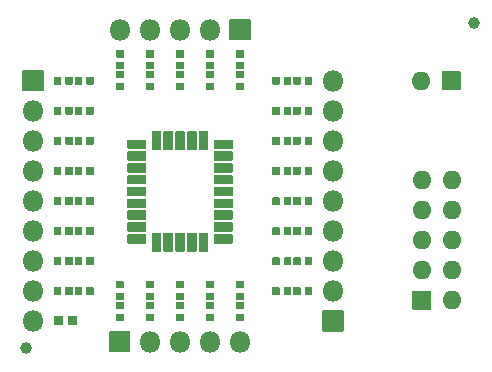
<source format=gbr>
G04 #@! TF.GenerationSoftware,KiCad,Pcbnew,5.1.10*
G04 #@! TF.CreationDate,2021-08-13T17:50:11+08:00*
G04 #@! TF.ProjectId,kudo-printer,6b75646f-2d70-4726-996e-7465722e6b69,rev?*
G04 #@! TF.SameCoordinates,PX2160ec0PY2255100*
G04 #@! TF.FileFunction,Soldermask,Top*
G04 #@! TF.FilePolarity,Negative*
%FSLAX46Y46*%
G04 Gerber Fmt 4.6, Leading zero omitted, Abs format (unit mm)*
G04 Created by KiCad (PCBNEW 5.1.10) date 2021-08-13 17:50:11*
%MOMM*%
%LPD*%
G01*
G04 APERTURE LIST*
%ADD10C,1.000000*%
%ADD11O,1.800000X1.800000*%
%ADD12O,1.600000X1.600000*%
G04 APERTURE END LIST*
D10*
X39000000Y-1000000D03*
X1000000Y-28500000D03*
G36*
G01*
X11837500Y-5700000D02*
X11237500Y-5700000D01*
G75*
G02*
X11187500Y-5650000I0J50000D01*
G01*
X11187500Y-5150000D01*
G75*
G02*
X11237500Y-5100000I50000J0D01*
G01*
X11837500Y-5100000D01*
G75*
G02*
X11887500Y-5150000I0J-50000D01*
G01*
X11887500Y-5650000D01*
G75*
G02*
X11837500Y-5700000I-50000J0D01*
G01*
G37*
G36*
G01*
X11837500Y-6700000D02*
X11237500Y-6700000D01*
G75*
G02*
X11187500Y-6650000I0J50000D01*
G01*
X11187500Y-6150000D01*
G75*
G02*
X11237500Y-6100000I50000J0D01*
G01*
X11837500Y-6100000D01*
G75*
G02*
X11887500Y-6150000I0J-50000D01*
G01*
X11887500Y-6650000D01*
G75*
G02*
X11837500Y-6700000I-50000J0D01*
G01*
G37*
G36*
G01*
X22900000Y-24000000D02*
X22900000Y-23400000D01*
G75*
G02*
X22950000Y-23350000I50000J0D01*
G01*
X23450000Y-23350000D01*
G75*
G02*
X23500000Y-23400000I0J-50000D01*
G01*
X23500000Y-24000000D01*
G75*
G02*
X23450000Y-24050000I-50000J0D01*
G01*
X22950000Y-24050000D01*
G75*
G02*
X22900000Y-24000000I0J50000D01*
G01*
G37*
G36*
G01*
X21900000Y-24000000D02*
X21900000Y-23400000D01*
G75*
G02*
X21950000Y-23350000I50000J0D01*
G01*
X22450000Y-23350000D01*
G75*
G02*
X22500000Y-23400000I0J-50000D01*
G01*
X22500000Y-24000000D01*
G75*
G02*
X22450000Y-24050000I-50000J0D01*
G01*
X21950000Y-24050000D01*
G75*
G02*
X21900000Y-24000000I0J50000D01*
G01*
G37*
D11*
X1625000Y-26220000D03*
X1625000Y-23680000D03*
X1625000Y-21140000D03*
X1625000Y-18600000D03*
X1625000Y-16060000D03*
X1625000Y-13520000D03*
X1625000Y-10980000D03*
X1625000Y-8440000D03*
G36*
G01*
X725000Y-6750000D02*
X725000Y-5050000D01*
G75*
G02*
X775000Y-5000000I50000J0D01*
G01*
X2475000Y-5000000D01*
G75*
G02*
X2525000Y-5050000I0J-50000D01*
G01*
X2525000Y-6750000D01*
G75*
G02*
X2475000Y-6800000I-50000J0D01*
G01*
X775000Y-6800000D01*
G75*
G02*
X725000Y-6750000I0J50000D01*
G01*
G37*
G36*
G01*
X22900000Y-13839284D02*
X22900000Y-13239284D01*
G75*
G02*
X22950000Y-13189284I50000J0D01*
G01*
X23450000Y-13189284D01*
G75*
G02*
X23500000Y-13239284I0J-50000D01*
G01*
X23500000Y-13839284D01*
G75*
G02*
X23450000Y-13889284I-50000J0D01*
G01*
X22950000Y-13889284D01*
G75*
G02*
X22900000Y-13839284I0J50000D01*
G01*
G37*
G36*
G01*
X21900000Y-13839284D02*
X21900000Y-13239284D01*
G75*
G02*
X21950000Y-13189284I50000J0D01*
G01*
X22450000Y-13189284D01*
G75*
G02*
X22500000Y-13239284I0J-50000D01*
G01*
X22500000Y-13839284D01*
G75*
G02*
X22450000Y-13889284I-50000J0D01*
G01*
X21950000Y-13889284D01*
G75*
G02*
X21900000Y-13839284I0J50000D01*
G01*
G37*
G36*
G01*
X22900000Y-16385712D02*
X22900000Y-15785712D01*
G75*
G02*
X22950000Y-15735712I50000J0D01*
G01*
X23450000Y-15735712D01*
G75*
G02*
X23500000Y-15785712I0J-50000D01*
G01*
X23500000Y-16385712D01*
G75*
G02*
X23450000Y-16435712I-50000J0D01*
G01*
X22950000Y-16435712D01*
G75*
G02*
X22900000Y-16385712I0J50000D01*
G01*
G37*
G36*
G01*
X21900000Y-16385712D02*
X21900000Y-15785712D01*
G75*
G02*
X21950000Y-15735712I50000J0D01*
G01*
X22450000Y-15735712D01*
G75*
G02*
X22500000Y-15785712I0J-50000D01*
G01*
X22500000Y-16385712D01*
G75*
G02*
X22450000Y-16435712I-50000J0D01*
G01*
X21950000Y-16435712D01*
G75*
G02*
X21900000Y-16385712I0J50000D01*
G01*
G37*
G36*
G01*
X22900000Y-18932140D02*
X22900000Y-18332140D01*
G75*
G02*
X22950000Y-18282140I50000J0D01*
G01*
X23450000Y-18282140D01*
G75*
G02*
X23500000Y-18332140I0J-50000D01*
G01*
X23500000Y-18932140D01*
G75*
G02*
X23450000Y-18982140I-50000J0D01*
G01*
X22950000Y-18982140D01*
G75*
G02*
X22900000Y-18932140I0J50000D01*
G01*
G37*
G36*
G01*
X21900000Y-18932140D02*
X21900000Y-18332140D01*
G75*
G02*
X21950000Y-18282140I50000J0D01*
G01*
X22450000Y-18282140D01*
G75*
G02*
X22500000Y-18332140I0J-50000D01*
G01*
X22500000Y-18932140D01*
G75*
G02*
X22450000Y-18982140I-50000J0D01*
G01*
X21950000Y-18982140D01*
G75*
G02*
X21900000Y-18932140I0J50000D01*
G01*
G37*
G36*
G01*
X22900000Y-21478568D02*
X22900000Y-20878568D01*
G75*
G02*
X22950000Y-20828568I50000J0D01*
G01*
X23450000Y-20828568D01*
G75*
G02*
X23500000Y-20878568I0J-50000D01*
G01*
X23500000Y-21478568D01*
G75*
G02*
X23450000Y-21528568I-50000J0D01*
G01*
X22950000Y-21528568D01*
G75*
G02*
X22900000Y-21478568I0J50000D01*
G01*
G37*
G36*
G01*
X21900000Y-21478568D02*
X21900000Y-20878568D01*
G75*
G02*
X21950000Y-20828568I50000J0D01*
G01*
X22450000Y-20828568D01*
G75*
G02*
X22500000Y-20878568I0J-50000D01*
G01*
X22500000Y-21478568D01*
G75*
G02*
X22450000Y-21528568I-50000J0D01*
G01*
X21950000Y-21528568D01*
G75*
G02*
X21900000Y-21478568I0J50000D01*
G01*
G37*
G36*
G01*
X13762500Y-23875000D02*
X14362500Y-23875000D01*
G75*
G02*
X14412500Y-23925000I0J-50000D01*
G01*
X14412500Y-24425000D01*
G75*
G02*
X14362500Y-24475000I-50000J0D01*
G01*
X13762500Y-24475000D01*
G75*
G02*
X13712500Y-24425000I0J50000D01*
G01*
X13712500Y-23925000D01*
G75*
G02*
X13762500Y-23875000I50000J0D01*
G01*
G37*
G36*
G01*
X13762500Y-22875000D02*
X14362500Y-22875000D01*
G75*
G02*
X14412500Y-22925000I0J-50000D01*
G01*
X14412500Y-23425000D01*
G75*
G02*
X14362500Y-23475000I-50000J0D01*
G01*
X13762500Y-23475000D01*
G75*
G02*
X13712500Y-23425000I0J50000D01*
G01*
X13712500Y-22925000D01*
G75*
G02*
X13762500Y-22875000I50000J0D01*
G01*
G37*
G36*
G01*
X9300000Y-5700000D02*
X8700000Y-5700000D01*
G75*
G02*
X8650000Y-5650000I0J50000D01*
G01*
X8650000Y-5150000D01*
G75*
G02*
X8700000Y-5100000I50000J0D01*
G01*
X9300000Y-5100000D01*
G75*
G02*
X9350000Y-5150000I0J-50000D01*
G01*
X9350000Y-5650000D01*
G75*
G02*
X9300000Y-5700000I-50000J0D01*
G01*
G37*
G36*
G01*
X9300000Y-6700000D02*
X8700000Y-6700000D01*
G75*
G02*
X8650000Y-6650000I0J50000D01*
G01*
X8650000Y-6150000D01*
G75*
G02*
X8700000Y-6100000I50000J0D01*
G01*
X9300000Y-6100000D01*
G75*
G02*
X9350000Y-6150000I0J-50000D01*
G01*
X9350000Y-6650000D01*
G75*
G02*
X9300000Y-6700000I-50000J0D01*
G01*
G37*
G36*
G01*
X5750000Y-15771428D02*
X5750000Y-16371428D01*
G75*
G02*
X5700000Y-16421428I-50000J0D01*
G01*
X5200000Y-16421428D01*
G75*
G02*
X5150000Y-16371428I0J50000D01*
G01*
X5150000Y-15771428D01*
G75*
G02*
X5200000Y-15721428I50000J0D01*
G01*
X5700000Y-15721428D01*
G75*
G02*
X5750000Y-15771428I0J-50000D01*
G01*
G37*
G36*
G01*
X6750000Y-15771428D02*
X6750000Y-16371428D01*
G75*
G02*
X6700000Y-16421428I-50000J0D01*
G01*
X6200000Y-16421428D01*
G75*
G02*
X6150000Y-16371428I0J50000D01*
G01*
X6150000Y-15771428D01*
G75*
G02*
X6200000Y-15721428I50000J0D01*
G01*
X6700000Y-15721428D01*
G75*
G02*
X6750000Y-15771428I0J-50000D01*
G01*
G37*
X8985000Y-1575000D03*
X11525000Y-1575000D03*
X14065000Y-1575000D03*
X16605000Y-1575000D03*
G36*
G01*
X18295000Y-675000D02*
X19995000Y-675000D01*
G75*
G02*
X20045000Y-725000I0J-50000D01*
G01*
X20045000Y-2425000D01*
G75*
G02*
X19995000Y-2475000I-50000J0D01*
G01*
X18295000Y-2475000D01*
G75*
G02*
X18245000Y-2425000I0J50000D01*
G01*
X18245000Y-725000D01*
G75*
G02*
X18295000Y-675000I50000J0D01*
G01*
G37*
X19140000Y-28000000D03*
X16600000Y-28000000D03*
X14060000Y-28000000D03*
X11520000Y-28000000D03*
G36*
G01*
X9830000Y-28900000D02*
X8130000Y-28900000D01*
G75*
G02*
X8080000Y-28850000I0J50000D01*
G01*
X8080000Y-27150000D01*
G75*
G02*
X8130000Y-27100000I50000J0D01*
G01*
X9830000Y-27100000D01*
G75*
G02*
X9880000Y-27150000I0J-50000D01*
G01*
X9880000Y-28850000D01*
G75*
G02*
X9830000Y-28900000I-50000J0D01*
G01*
G37*
G36*
G01*
X5750000Y-13228571D02*
X5750000Y-13828571D01*
G75*
G02*
X5700000Y-13878571I-50000J0D01*
G01*
X5200000Y-13878571D01*
G75*
G02*
X5150000Y-13828571I0J50000D01*
G01*
X5150000Y-13228571D01*
G75*
G02*
X5200000Y-13178571I50000J0D01*
G01*
X5700000Y-13178571D01*
G75*
G02*
X5750000Y-13228571I0J-50000D01*
G01*
G37*
G36*
G01*
X6750000Y-13228571D02*
X6750000Y-13828571D01*
G75*
G02*
X6700000Y-13878571I-50000J0D01*
G01*
X6200000Y-13878571D01*
G75*
G02*
X6150000Y-13828571I0J50000D01*
G01*
X6150000Y-13228571D01*
G75*
G02*
X6200000Y-13178571I50000J0D01*
G01*
X6700000Y-13178571D01*
G75*
G02*
X6750000Y-13228571I0J-50000D01*
G01*
G37*
G36*
G01*
X5750000Y-5600000D02*
X5750000Y-6200000D01*
G75*
G02*
X5700000Y-6250000I-50000J0D01*
G01*
X5200000Y-6250000D01*
G75*
G02*
X5150000Y-6200000I0J50000D01*
G01*
X5150000Y-5600000D01*
G75*
G02*
X5200000Y-5550000I50000J0D01*
G01*
X5700000Y-5550000D01*
G75*
G02*
X5750000Y-5600000I0J-50000D01*
G01*
G37*
G36*
G01*
X6750000Y-5600000D02*
X6750000Y-6200000D01*
G75*
G02*
X6700000Y-6250000I-50000J0D01*
G01*
X6200000Y-6250000D01*
G75*
G02*
X6150000Y-6200000I0J50000D01*
G01*
X6150000Y-5600000D01*
G75*
G02*
X6200000Y-5550000I50000J0D01*
G01*
X6700000Y-5550000D01*
G75*
G02*
X6750000Y-5600000I0J-50000D01*
G01*
G37*
G36*
G01*
X5750000Y-23400000D02*
X5750000Y-24000000D01*
G75*
G02*
X5700000Y-24050000I-50000J0D01*
G01*
X5200000Y-24050000D01*
G75*
G02*
X5150000Y-24000000I0J50000D01*
G01*
X5150000Y-23400000D01*
G75*
G02*
X5200000Y-23350000I50000J0D01*
G01*
X5700000Y-23350000D01*
G75*
G02*
X5750000Y-23400000I0J-50000D01*
G01*
G37*
G36*
G01*
X6750000Y-23400000D02*
X6750000Y-24000000D01*
G75*
G02*
X6700000Y-24050000I-50000J0D01*
G01*
X6200000Y-24050000D01*
G75*
G02*
X6150000Y-24000000I0J50000D01*
G01*
X6150000Y-23400000D01*
G75*
G02*
X6200000Y-23350000I50000J0D01*
G01*
X6700000Y-23350000D01*
G75*
G02*
X6750000Y-23400000I0J-50000D01*
G01*
G37*
G36*
G01*
X14375000Y-5700000D02*
X13775000Y-5700000D01*
G75*
G02*
X13725000Y-5650000I0J50000D01*
G01*
X13725000Y-5150000D01*
G75*
G02*
X13775000Y-5100000I50000J0D01*
G01*
X14375000Y-5100000D01*
G75*
G02*
X14425000Y-5150000I0J-50000D01*
G01*
X14425000Y-5650000D01*
G75*
G02*
X14375000Y-5700000I-50000J0D01*
G01*
G37*
G36*
G01*
X14375000Y-6700000D02*
X13775000Y-6700000D01*
G75*
G02*
X13725000Y-6650000I0J50000D01*
G01*
X13725000Y-6150000D01*
G75*
G02*
X13775000Y-6100000I50000J0D01*
G01*
X14375000Y-6100000D01*
G75*
G02*
X14425000Y-6150000I0J-50000D01*
G01*
X14425000Y-6650000D01*
G75*
G02*
X14375000Y-6700000I-50000J0D01*
G01*
G37*
G36*
G01*
X5750000Y-10685714D02*
X5750000Y-11285714D01*
G75*
G02*
X5700000Y-11335714I-50000J0D01*
G01*
X5200000Y-11335714D01*
G75*
G02*
X5150000Y-11285714I0J50000D01*
G01*
X5150000Y-10685714D01*
G75*
G02*
X5200000Y-10635714I50000J0D01*
G01*
X5700000Y-10635714D01*
G75*
G02*
X5750000Y-10685714I0J-50000D01*
G01*
G37*
G36*
G01*
X6750000Y-10685714D02*
X6750000Y-11285714D01*
G75*
G02*
X6700000Y-11335714I-50000J0D01*
G01*
X6200000Y-11335714D01*
G75*
G02*
X6150000Y-11285714I0J50000D01*
G01*
X6150000Y-10685714D01*
G75*
G02*
X6200000Y-10635714I50000J0D01*
G01*
X6700000Y-10635714D01*
G75*
G02*
X6750000Y-10685714I0J-50000D01*
G01*
G37*
G36*
G01*
X8675000Y-23875000D02*
X9275000Y-23875000D01*
G75*
G02*
X9325000Y-23925000I0J-50000D01*
G01*
X9325000Y-24425000D01*
G75*
G02*
X9275000Y-24475000I-50000J0D01*
G01*
X8675000Y-24475000D01*
G75*
G02*
X8625000Y-24425000I0J50000D01*
G01*
X8625000Y-23925000D01*
G75*
G02*
X8675000Y-23875000I50000J0D01*
G01*
G37*
G36*
G01*
X8675000Y-22875000D02*
X9275000Y-22875000D01*
G75*
G02*
X9325000Y-22925000I0J-50000D01*
G01*
X9325000Y-23425000D01*
G75*
G02*
X9275000Y-23475000I-50000J0D01*
G01*
X8675000Y-23475000D01*
G75*
G02*
X8625000Y-23425000I0J50000D01*
G01*
X8625000Y-22925000D01*
G75*
G02*
X8675000Y-22875000I50000J0D01*
G01*
G37*
G36*
G01*
X18850000Y-23875000D02*
X19450000Y-23875000D01*
G75*
G02*
X19500000Y-23925000I0J-50000D01*
G01*
X19500000Y-24425000D01*
G75*
G02*
X19450000Y-24475000I-50000J0D01*
G01*
X18850000Y-24475000D01*
G75*
G02*
X18800000Y-24425000I0J50000D01*
G01*
X18800000Y-23925000D01*
G75*
G02*
X18850000Y-23875000I50000J0D01*
G01*
G37*
G36*
G01*
X18850000Y-22875000D02*
X19450000Y-22875000D01*
G75*
G02*
X19500000Y-22925000I0J-50000D01*
G01*
X19500000Y-23425000D01*
G75*
G02*
X19450000Y-23475000I-50000J0D01*
G01*
X18850000Y-23475000D01*
G75*
G02*
X18800000Y-23425000I0J50000D01*
G01*
X18800000Y-22925000D01*
G75*
G02*
X18850000Y-22875000I50000J0D01*
G01*
G37*
G36*
G01*
X22900000Y-6200000D02*
X22900000Y-5600000D01*
G75*
G02*
X22950000Y-5550000I50000J0D01*
G01*
X23450000Y-5550000D01*
G75*
G02*
X23500000Y-5600000I0J-50000D01*
G01*
X23500000Y-6200000D01*
G75*
G02*
X23450000Y-6250000I-50000J0D01*
G01*
X22950000Y-6250000D01*
G75*
G02*
X22900000Y-6200000I0J50000D01*
G01*
G37*
G36*
G01*
X21900000Y-6200000D02*
X21900000Y-5600000D01*
G75*
G02*
X21950000Y-5550000I50000J0D01*
G01*
X22450000Y-5550000D01*
G75*
G02*
X22500000Y-5600000I0J-50000D01*
G01*
X22500000Y-6200000D01*
G75*
G02*
X22450000Y-6250000I-50000J0D01*
G01*
X21950000Y-6250000D01*
G75*
G02*
X21900000Y-6200000I0J50000D01*
G01*
G37*
G36*
G01*
X22900000Y-8746428D02*
X22900000Y-8146428D01*
G75*
G02*
X22950000Y-8096428I50000J0D01*
G01*
X23450000Y-8096428D01*
G75*
G02*
X23500000Y-8146428I0J-50000D01*
G01*
X23500000Y-8746428D01*
G75*
G02*
X23450000Y-8796428I-50000J0D01*
G01*
X22950000Y-8796428D01*
G75*
G02*
X22900000Y-8746428I0J50000D01*
G01*
G37*
G36*
G01*
X21900000Y-8746428D02*
X21900000Y-8146428D01*
G75*
G02*
X21950000Y-8096428I50000J0D01*
G01*
X22450000Y-8096428D01*
G75*
G02*
X22500000Y-8146428I0J-50000D01*
G01*
X22500000Y-8746428D01*
G75*
G02*
X22450000Y-8796428I-50000J0D01*
G01*
X21950000Y-8796428D01*
G75*
G02*
X21900000Y-8746428I0J50000D01*
G01*
G37*
G36*
G01*
X22900000Y-11292856D02*
X22900000Y-10692856D01*
G75*
G02*
X22950000Y-10642856I50000J0D01*
G01*
X23450000Y-10642856D01*
G75*
G02*
X23500000Y-10692856I0J-50000D01*
G01*
X23500000Y-11292856D01*
G75*
G02*
X23450000Y-11342856I-50000J0D01*
G01*
X22950000Y-11342856D01*
G75*
G02*
X22900000Y-11292856I0J50000D01*
G01*
G37*
G36*
G01*
X21900000Y-11292856D02*
X21900000Y-10692856D01*
G75*
G02*
X21950000Y-10642856I50000J0D01*
G01*
X22450000Y-10642856D01*
G75*
G02*
X22500000Y-10692856I0J-50000D01*
G01*
X22500000Y-11292856D01*
G75*
G02*
X22450000Y-11342856I-50000J0D01*
G01*
X21950000Y-11342856D01*
G75*
G02*
X21900000Y-11292856I0J50000D01*
G01*
G37*
G36*
G01*
X5750000Y-8142857D02*
X5750000Y-8742857D01*
G75*
G02*
X5700000Y-8792857I-50000J0D01*
G01*
X5200000Y-8792857D01*
G75*
G02*
X5150000Y-8742857I0J50000D01*
G01*
X5150000Y-8142857D01*
G75*
G02*
X5200000Y-8092857I50000J0D01*
G01*
X5700000Y-8092857D01*
G75*
G02*
X5750000Y-8142857I0J-50000D01*
G01*
G37*
G36*
G01*
X6750000Y-8142857D02*
X6750000Y-8742857D01*
G75*
G02*
X6700000Y-8792857I-50000J0D01*
G01*
X6200000Y-8792857D01*
G75*
G02*
X6150000Y-8742857I0J50000D01*
G01*
X6150000Y-8142857D01*
G75*
G02*
X6200000Y-8092857I50000J0D01*
G01*
X6700000Y-8092857D01*
G75*
G02*
X6750000Y-8142857I0J-50000D01*
G01*
G37*
G36*
G01*
X11218750Y-23875000D02*
X11818750Y-23875000D01*
G75*
G02*
X11868750Y-23925000I0J-50000D01*
G01*
X11868750Y-24425000D01*
G75*
G02*
X11818750Y-24475000I-50000J0D01*
G01*
X11218750Y-24475000D01*
G75*
G02*
X11168750Y-24425000I0J50000D01*
G01*
X11168750Y-23925000D01*
G75*
G02*
X11218750Y-23875000I50000J0D01*
G01*
G37*
G36*
G01*
X11218750Y-22875000D02*
X11818750Y-22875000D01*
G75*
G02*
X11868750Y-22925000I0J-50000D01*
G01*
X11868750Y-23425000D01*
G75*
G02*
X11818750Y-23475000I-50000J0D01*
G01*
X11218750Y-23475000D01*
G75*
G02*
X11168750Y-23425000I0J50000D01*
G01*
X11168750Y-22925000D01*
G75*
G02*
X11218750Y-22875000I50000J0D01*
G01*
G37*
G36*
G01*
X5750000Y-18314285D02*
X5750000Y-18914285D01*
G75*
G02*
X5700000Y-18964285I-50000J0D01*
G01*
X5200000Y-18964285D01*
G75*
G02*
X5150000Y-18914285I0J50000D01*
G01*
X5150000Y-18314285D01*
G75*
G02*
X5200000Y-18264285I50000J0D01*
G01*
X5700000Y-18264285D01*
G75*
G02*
X5750000Y-18314285I0J-50000D01*
G01*
G37*
G36*
G01*
X6750000Y-18314285D02*
X6750000Y-18914285D01*
G75*
G02*
X6700000Y-18964285I-50000J0D01*
G01*
X6200000Y-18964285D01*
G75*
G02*
X6150000Y-18914285I0J50000D01*
G01*
X6150000Y-18314285D01*
G75*
G02*
X6200000Y-18264285I50000J0D01*
G01*
X6700000Y-18264285D01*
G75*
G02*
X6750000Y-18314285I0J-50000D01*
G01*
G37*
G36*
G01*
X5750000Y-20857142D02*
X5750000Y-21457142D01*
G75*
G02*
X5700000Y-21507142I-50000J0D01*
G01*
X5200000Y-21507142D01*
G75*
G02*
X5150000Y-21457142I0J50000D01*
G01*
X5150000Y-20857142D01*
G75*
G02*
X5200000Y-20807142I50000J0D01*
G01*
X5700000Y-20807142D01*
G75*
G02*
X5750000Y-20857142I0J-50000D01*
G01*
G37*
G36*
G01*
X6750000Y-20857142D02*
X6750000Y-21457142D01*
G75*
G02*
X6700000Y-21507142I-50000J0D01*
G01*
X6200000Y-21507142D01*
G75*
G02*
X6150000Y-21457142I0J50000D01*
G01*
X6150000Y-20857142D01*
G75*
G02*
X6200000Y-20807142I50000J0D01*
G01*
X6700000Y-20807142D01*
G75*
G02*
X6750000Y-20857142I0J-50000D01*
G01*
G37*
G36*
G01*
X4575000Y-26560001D02*
X4575000Y-25889999D01*
G75*
G02*
X4624999Y-25840000I49999J0D01*
G01*
X5325001Y-25840000D01*
G75*
G02*
X5375000Y-25889999I0J-49999D01*
G01*
X5375000Y-26560001D01*
G75*
G02*
X5325001Y-26610000I-49999J0D01*
G01*
X4624999Y-26610000D01*
G75*
G02*
X4575000Y-26560001I0J49999D01*
G01*
G37*
G36*
G01*
X3375000Y-26560001D02*
X3375000Y-25889999D01*
G75*
G02*
X3424999Y-25840000I49999J0D01*
G01*
X4125001Y-25840000D01*
G75*
G02*
X4175000Y-25889999I0J-49999D01*
G01*
X4175000Y-26560001D01*
G75*
G02*
X4125001Y-26610000I-49999J0D01*
G01*
X3424999Y-26610000D01*
G75*
G02*
X3375000Y-26560001I0J49999D01*
G01*
G37*
X27025000Y-5905000D03*
X27025000Y-8445000D03*
X27025000Y-10985000D03*
X27025000Y-13525000D03*
X27025000Y-16065000D03*
X27025000Y-18605000D03*
X27025000Y-21145000D03*
X27025000Y-23685000D03*
G36*
G01*
X27925000Y-25375000D02*
X27925000Y-27075000D01*
G75*
G02*
X27875000Y-27125000I-50000J0D01*
G01*
X26175000Y-27125000D01*
G75*
G02*
X26125000Y-27075000I0J50000D01*
G01*
X26125000Y-25375000D01*
G75*
G02*
X26175000Y-25325000I50000J0D01*
G01*
X27875000Y-25325000D01*
G75*
G02*
X27925000Y-25375000I0J-50000D01*
G01*
G37*
G36*
G01*
X4375000Y-6200000D02*
X4375000Y-5600000D01*
G75*
G02*
X4425000Y-5550000I50000J0D01*
G01*
X4925000Y-5550000D01*
G75*
G02*
X4975000Y-5600000I0J-50000D01*
G01*
X4975000Y-6200000D01*
G75*
G02*
X4925000Y-6250000I-50000J0D01*
G01*
X4425000Y-6250000D01*
G75*
G02*
X4375000Y-6200000I0J50000D01*
G01*
G37*
G36*
G01*
X3375000Y-6200000D02*
X3375000Y-5600000D01*
G75*
G02*
X3425000Y-5550000I50000J0D01*
G01*
X3925000Y-5550000D01*
G75*
G02*
X3975000Y-5600000I0J-50000D01*
G01*
X3975000Y-6200000D01*
G75*
G02*
X3925000Y-6250000I-50000J0D01*
G01*
X3425000Y-6250000D01*
G75*
G02*
X3375000Y-6200000I0J50000D01*
G01*
G37*
G36*
G01*
X4375000Y-8742857D02*
X4375000Y-8142857D01*
G75*
G02*
X4425000Y-8092857I50000J0D01*
G01*
X4925000Y-8092857D01*
G75*
G02*
X4975000Y-8142857I0J-50000D01*
G01*
X4975000Y-8742857D01*
G75*
G02*
X4925000Y-8792857I-50000J0D01*
G01*
X4425000Y-8792857D01*
G75*
G02*
X4375000Y-8742857I0J50000D01*
G01*
G37*
G36*
G01*
X3375000Y-8742857D02*
X3375000Y-8142857D01*
G75*
G02*
X3425000Y-8092857I50000J0D01*
G01*
X3925000Y-8092857D01*
G75*
G02*
X3975000Y-8142857I0J-50000D01*
G01*
X3975000Y-8742857D01*
G75*
G02*
X3925000Y-8792857I-50000J0D01*
G01*
X3425000Y-8792857D01*
G75*
G02*
X3375000Y-8742857I0J50000D01*
G01*
G37*
G36*
G01*
X4375000Y-11285714D02*
X4375000Y-10685714D01*
G75*
G02*
X4425000Y-10635714I50000J0D01*
G01*
X4925000Y-10635714D01*
G75*
G02*
X4975000Y-10685714I0J-50000D01*
G01*
X4975000Y-11285714D01*
G75*
G02*
X4925000Y-11335714I-50000J0D01*
G01*
X4425000Y-11335714D01*
G75*
G02*
X4375000Y-11285714I0J50000D01*
G01*
G37*
G36*
G01*
X3375000Y-11285714D02*
X3375000Y-10685714D01*
G75*
G02*
X3425000Y-10635714I50000J0D01*
G01*
X3925000Y-10635714D01*
G75*
G02*
X3975000Y-10685714I0J-50000D01*
G01*
X3975000Y-11285714D01*
G75*
G02*
X3925000Y-11335714I-50000J0D01*
G01*
X3425000Y-11335714D01*
G75*
G02*
X3375000Y-11285714I0J50000D01*
G01*
G37*
G36*
G01*
X4375000Y-13828571D02*
X4375000Y-13228571D01*
G75*
G02*
X4425000Y-13178571I50000J0D01*
G01*
X4925000Y-13178571D01*
G75*
G02*
X4975000Y-13228571I0J-50000D01*
G01*
X4975000Y-13828571D01*
G75*
G02*
X4925000Y-13878571I-50000J0D01*
G01*
X4425000Y-13878571D01*
G75*
G02*
X4375000Y-13828571I0J50000D01*
G01*
G37*
G36*
G01*
X3375000Y-13828571D02*
X3375000Y-13228571D01*
G75*
G02*
X3425000Y-13178571I50000J0D01*
G01*
X3925000Y-13178571D01*
G75*
G02*
X3975000Y-13228571I0J-50000D01*
G01*
X3975000Y-13828571D01*
G75*
G02*
X3925000Y-13878571I-50000J0D01*
G01*
X3425000Y-13878571D01*
G75*
G02*
X3375000Y-13828571I0J50000D01*
G01*
G37*
G36*
G01*
X4375000Y-16371428D02*
X4375000Y-15771428D01*
G75*
G02*
X4425000Y-15721428I50000J0D01*
G01*
X4925000Y-15721428D01*
G75*
G02*
X4975000Y-15771428I0J-50000D01*
G01*
X4975000Y-16371428D01*
G75*
G02*
X4925000Y-16421428I-50000J0D01*
G01*
X4425000Y-16421428D01*
G75*
G02*
X4375000Y-16371428I0J50000D01*
G01*
G37*
G36*
G01*
X3375000Y-16371428D02*
X3375000Y-15771428D01*
G75*
G02*
X3425000Y-15721428I50000J0D01*
G01*
X3925000Y-15721428D01*
G75*
G02*
X3975000Y-15771428I0J-50000D01*
G01*
X3975000Y-16371428D01*
G75*
G02*
X3925000Y-16421428I-50000J0D01*
G01*
X3425000Y-16421428D01*
G75*
G02*
X3375000Y-16371428I0J50000D01*
G01*
G37*
G36*
G01*
X4375000Y-18914285D02*
X4375000Y-18314285D01*
G75*
G02*
X4425000Y-18264285I50000J0D01*
G01*
X4925000Y-18264285D01*
G75*
G02*
X4975000Y-18314285I0J-50000D01*
G01*
X4975000Y-18914285D01*
G75*
G02*
X4925000Y-18964285I-50000J0D01*
G01*
X4425000Y-18964285D01*
G75*
G02*
X4375000Y-18914285I0J50000D01*
G01*
G37*
G36*
G01*
X3375000Y-18914285D02*
X3375000Y-18314285D01*
G75*
G02*
X3425000Y-18264285I50000J0D01*
G01*
X3925000Y-18264285D01*
G75*
G02*
X3975000Y-18314285I0J-50000D01*
G01*
X3975000Y-18914285D01*
G75*
G02*
X3925000Y-18964285I-50000J0D01*
G01*
X3425000Y-18964285D01*
G75*
G02*
X3375000Y-18914285I0J50000D01*
G01*
G37*
G36*
G01*
X4375000Y-21457142D02*
X4375000Y-20857142D01*
G75*
G02*
X4425000Y-20807142I50000J0D01*
G01*
X4925000Y-20807142D01*
G75*
G02*
X4975000Y-20857142I0J-50000D01*
G01*
X4975000Y-21457142D01*
G75*
G02*
X4925000Y-21507142I-50000J0D01*
G01*
X4425000Y-21507142D01*
G75*
G02*
X4375000Y-21457142I0J50000D01*
G01*
G37*
G36*
G01*
X3375000Y-21457142D02*
X3375000Y-20857142D01*
G75*
G02*
X3425000Y-20807142I50000J0D01*
G01*
X3925000Y-20807142D01*
G75*
G02*
X3975000Y-20857142I0J-50000D01*
G01*
X3975000Y-21457142D01*
G75*
G02*
X3925000Y-21507142I-50000J0D01*
G01*
X3425000Y-21507142D01*
G75*
G02*
X3375000Y-21457142I0J50000D01*
G01*
G37*
G36*
G01*
X4375000Y-24000000D02*
X4375000Y-23400000D01*
G75*
G02*
X4425000Y-23350000I50000J0D01*
G01*
X4925000Y-23350000D01*
G75*
G02*
X4975000Y-23400000I0J-50000D01*
G01*
X4975000Y-24000000D01*
G75*
G02*
X4925000Y-24050000I-50000J0D01*
G01*
X4425000Y-24050000D01*
G75*
G02*
X4375000Y-24000000I0J50000D01*
G01*
G37*
G36*
G01*
X3375000Y-24000000D02*
X3375000Y-23400000D01*
G75*
G02*
X3425000Y-23350000I50000J0D01*
G01*
X3925000Y-23350000D01*
G75*
G02*
X3975000Y-23400000I0J-50000D01*
G01*
X3975000Y-24000000D01*
G75*
G02*
X3925000Y-24050000I-50000J0D01*
G01*
X3425000Y-24050000D01*
G75*
G02*
X3375000Y-24000000I0J50000D01*
G01*
G37*
G36*
G01*
X8700000Y-4325000D02*
X9300000Y-4325000D01*
G75*
G02*
X9350000Y-4375000I0J-50000D01*
G01*
X9350000Y-4875000D01*
G75*
G02*
X9300000Y-4925000I-50000J0D01*
G01*
X8700000Y-4925000D01*
G75*
G02*
X8650000Y-4875000I0J50000D01*
G01*
X8650000Y-4375000D01*
G75*
G02*
X8700000Y-4325000I50000J0D01*
G01*
G37*
G36*
G01*
X8700000Y-3325000D02*
X9300000Y-3325000D01*
G75*
G02*
X9350000Y-3375000I0J-50000D01*
G01*
X9350000Y-3875000D01*
G75*
G02*
X9300000Y-3925000I-50000J0D01*
G01*
X8700000Y-3925000D01*
G75*
G02*
X8650000Y-3875000I0J50000D01*
G01*
X8650000Y-3375000D01*
G75*
G02*
X8700000Y-3325000I50000J0D01*
G01*
G37*
G36*
G01*
X9275000Y-25250000D02*
X8675000Y-25250000D01*
G75*
G02*
X8625000Y-25200000I0J50000D01*
G01*
X8625000Y-24700000D01*
G75*
G02*
X8675000Y-24650000I50000J0D01*
G01*
X9275000Y-24650000D01*
G75*
G02*
X9325000Y-24700000I0J-50000D01*
G01*
X9325000Y-25200000D01*
G75*
G02*
X9275000Y-25250000I-50000J0D01*
G01*
G37*
G36*
G01*
X9275000Y-26250000D02*
X8675000Y-26250000D01*
G75*
G02*
X8625000Y-26200000I0J50000D01*
G01*
X8625000Y-25700000D01*
G75*
G02*
X8675000Y-25650000I50000J0D01*
G01*
X9275000Y-25650000D01*
G75*
G02*
X9325000Y-25700000I0J-50000D01*
G01*
X9325000Y-26200000D01*
G75*
G02*
X9275000Y-26250000I-50000J0D01*
G01*
G37*
G36*
G01*
X11237500Y-4325000D02*
X11837500Y-4325000D01*
G75*
G02*
X11887500Y-4375000I0J-50000D01*
G01*
X11887500Y-4875000D01*
G75*
G02*
X11837500Y-4925000I-50000J0D01*
G01*
X11237500Y-4925000D01*
G75*
G02*
X11187500Y-4875000I0J50000D01*
G01*
X11187500Y-4375000D01*
G75*
G02*
X11237500Y-4325000I50000J0D01*
G01*
G37*
G36*
G01*
X11237500Y-3325000D02*
X11837500Y-3325000D01*
G75*
G02*
X11887500Y-3375000I0J-50000D01*
G01*
X11887500Y-3875000D01*
G75*
G02*
X11837500Y-3925000I-50000J0D01*
G01*
X11237500Y-3925000D01*
G75*
G02*
X11187500Y-3875000I0J50000D01*
G01*
X11187500Y-3375000D01*
G75*
G02*
X11237500Y-3325000I50000J0D01*
G01*
G37*
G36*
G01*
X11818750Y-25250000D02*
X11218750Y-25250000D01*
G75*
G02*
X11168750Y-25200000I0J50000D01*
G01*
X11168750Y-24700000D01*
G75*
G02*
X11218750Y-24650000I50000J0D01*
G01*
X11818750Y-24650000D01*
G75*
G02*
X11868750Y-24700000I0J-50000D01*
G01*
X11868750Y-25200000D01*
G75*
G02*
X11818750Y-25250000I-50000J0D01*
G01*
G37*
G36*
G01*
X11818750Y-26250000D02*
X11218750Y-26250000D01*
G75*
G02*
X11168750Y-26200000I0J50000D01*
G01*
X11168750Y-25700000D01*
G75*
G02*
X11218750Y-25650000I50000J0D01*
G01*
X11818750Y-25650000D01*
G75*
G02*
X11868750Y-25700000I0J-50000D01*
G01*
X11868750Y-26200000D01*
G75*
G02*
X11818750Y-26250000I-50000J0D01*
G01*
G37*
G36*
G01*
X13775000Y-4325000D02*
X14375000Y-4325000D01*
G75*
G02*
X14425000Y-4375000I0J-50000D01*
G01*
X14425000Y-4875000D01*
G75*
G02*
X14375000Y-4925000I-50000J0D01*
G01*
X13775000Y-4925000D01*
G75*
G02*
X13725000Y-4875000I0J50000D01*
G01*
X13725000Y-4375000D01*
G75*
G02*
X13775000Y-4325000I50000J0D01*
G01*
G37*
G36*
G01*
X13775000Y-3325000D02*
X14375000Y-3325000D01*
G75*
G02*
X14425000Y-3375000I0J-50000D01*
G01*
X14425000Y-3875000D01*
G75*
G02*
X14375000Y-3925000I-50000J0D01*
G01*
X13775000Y-3925000D01*
G75*
G02*
X13725000Y-3875000I0J50000D01*
G01*
X13725000Y-3375000D01*
G75*
G02*
X13775000Y-3325000I50000J0D01*
G01*
G37*
G36*
G01*
X14362500Y-25250000D02*
X13762500Y-25250000D01*
G75*
G02*
X13712500Y-25200000I0J50000D01*
G01*
X13712500Y-24700000D01*
G75*
G02*
X13762500Y-24650000I50000J0D01*
G01*
X14362500Y-24650000D01*
G75*
G02*
X14412500Y-24700000I0J-50000D01*
G01*
X14412500Y-25200000D01*
G75*
G02*
X14362500Y-25250000I-50000J0D01*
G01*
G37*
G36*
G01*
X14362500Y-26250000D02*
X13762500Y-26250000D01*
G75*
G02*
X13712500Y-26200000I0J50000D01*
G01*
X13712500Y-25700000D01*
G75*
G02*
X13762500Y-25650000I50000J0D01*
G01*
X14362500Y-25650000D01*
G75*
G02*
X14412500Y-25700000I0J-50000D01*
G01*
X14412500Y-26200000D01*
G75*
G02*
X14362500Y-26250000I-50000J0D01*
G01*
G37*
G36*
G01*
X16312500Y-4325000D02*
X16912500Y-4325000D01*
G75*
G02*
X16962500Y-4375000I0J-50000D01*
G01*
X16962500Y-4875000D01*
G75*
G02*
X16912500Y-4925000I-50000J0D01*
G01*
X16312500Y-4925000D01*
G75*
G02*
X16262500Y-4875000I0J50000D01*
G01*
X16262500Y-4375000D01*
G75*
G02*
X16312500Y-4325000I50000J0D01*
G01*
G37*
G36*
G01*
X16312500Y-3325000D02*
X16912500Y-3325000D01*
G75*
G02*
X16962500Y-3375000I0J-50000D01*
G01*
X16962500Y-3875000D01*
G75*
G02*
X16912500Y-3925000I-50000J0D01*
G01*
X16312500Y-3925000D01*
G75*
G02*
X16262500Y-3875000I0J50000D01*
G01*
X16262500Y-3375000D01*
G75*
G02*
X16312500Y-3325000I50000J0D01*
G01*
G37*
G36*
G01*
X16906250Y-25250000D02*
X16306250Y-25250000D01*
G75*
G02*
X16256250Y-25200000I0J50000D01*
G01*
X16256250Y-24700000D01*
G75*
G02*
X16306250Y-24650000I50000J0D01*
G01*
X16906250Y-24650000D01*
G75*
G02*
X16956250Y-24700000I0J-50000D01*
G01*
X16956250Y-25200000D01*
G75*
G02*
X16906250Y-25250000I-50000J0D01*
G01*
G37*
G36*
G01*
X16906250Y-26250000D02*
X16306250Y-26250000D01*
G75*
G02*
X16256250Y-26200000I0J50000D01*
G01*
X16256250Y-25700000D01*
G75*
G02*
X16306250Y-25650000I50000J0D01*
G01*
X16906250Y-25650000D01*
G75*
G02*
X16956250Y-25700000I0J-50000D01*
G01*
X16956250Y-26200000D01*
G75*
G02*
X16906250Y-26250000I-50000J0D01*
G01*
G37*
G36*
G01*
X18850000Y-4325000D02*
X19450000Y-4325000D01*
G75*
G02*
X19500000Y-4375000I0J-50000D01*
G01*
X19500000Y-4875000D01*
G75*
G02*
X19450000Y-4925000I-50000J0D01*
G01*
X18850000Y-4925000D01*
G75*
G02*
X18800000Y-4875000I0J50000D01*
G01*
X18800000Y-4375000D01*
G75*
G02*
X18850000Y-4325000I50000J0D01*
G01*
G37*
G36*
G01*
X18850000Y-3325000D02*
X19450000Y-3325000D01*
G75*
G02*
X19500000Y-3375000I0J-50000D01*
G01*
X19500000Y-3875000D01*
G75*
G02*
X19450000Y-3925000I-50000J0D01*
G01*
X18850000Y-3925000D01*
G75*
G02*
X18800000Y-3875000I0J50000D01*
G01*
X18800000Y-3375000D01*
G75*
G02*
X18850000Y-3325000I50000J0D01*
G01*
G37*
G36*
G01*
X19450000Y-25250000D02*
X18850000Y-25250000D01*
G75*
G02*
X18800000Y-25200000I0J50000D01*
G01*
X18800000Y-24700000D01*
G75*
G02*
X18850000Y-24650000I50000J0D01*
G01*
X19450000Y-24650000D01*
G75*
G02*
X19500000Y-24700000I0J-50000D01*
G01*
X19500000Y-25200000D01*
G75*
G02*
X19450000Y-25250000I-50000J0D01*
G01*
G37*
G36*
G01*
X19450000Y-26250000D02*
X18850000Y-26250000D01*
G75*
G02*
X18800000Y-26200000I0J50000D01*
G01*
X18800000Y-25700000D01*
G75*
G02*
X18850000Y-25650000I50000J0D01*
G01*
X19450000Y-25650000D01*
G75*
G02*
X19500000Y-25700000I0J-50000D01*
G01*
X19500000Y-26200000D01*
G75*
G02*
X19450000Y-26250000I-50000J0D01*
G01*
G37*
G36*
G01*
X24275000Y-5600000D02*
X24275000Y-6200000D01*
G75*
G02*
X24225000Y-6250000I-50000J0D01*
G01*
X23725000Y-6250000D01*
G75*
G02*
X23675000Y-6200000I0J50000D01*
G01*
X23675000Y-5600000D01*
G75*
G02*
X23725000Y-5550000I50000J0D01*
G01*
X24225000Y-5550000D01*
G75*
G02*
X24275000Y-5600000I0J-50000D01*
G01*
G37*
G36*
G01*
X25275000Y-5600000D02*
X25275000Y-6200000D01*
G75*
G02*
X25225000Y-6250000I-50000J0D01*
G01*
X24725000Y-6250000D01*
G75*
G02*
X24675000Y-6200000I0J50000D01*
G01*
X24675000Y-5600000D01*
G75*
G02*
X24725000Y-5550000I50000J0D01*
G01*
X25225000Y-5550000D01*
G75*
G02*
X25275000Y-5600000I0J-50000D01*
G01*
G37*
G36*
G01*
X24275000Y-8142857D02*
X24275000Y-8742857D01*
G75*
G02*
X24225000Y-8792857I-50000J0D01*
G01*
X23725000Y-8792857D01*
G75*
G02*
X23675000Y-8742857I0J50000D01*
G01*
X23675000Y-8142857D01*
G75*
G02*
X23725000Y-8092857I50000J0D01*
G01*
X24225000Y-8092857D01*
G75*
G02*
X24275000Y-8142857I0J-50000D01*
G01*
G37*
G36*
G01*
X25275000Y-8142857D02*
X25275000Y-8742857D01*
G75*
G02*
X25225000Y-8792857I-50000J0D01*
G01*
X24725000Y-8792857D01*
G75*
G02*
X24675000Y-8742857I0J50000D01*
G01*
X24675000Y-8142857D01*
G75*
G02*
X24725000Y-8092857I50000J0D01*
G01*
X25225000Y-8092857D01*
G75*
G02*
X25275000Y-8142857I0J-50000D01*
G01*
G37*
G36*
G01*
X24275000Y-10685714D02*
X24275000Y-11285714D01*
G75*
G02*
X24225000Y-11335714I-50000J0D01*
G01*
X23725000Y-11335714D01*
G75*
G02*
X23675000Y-11285714I0J50000D01*
G01*
X23675000Y-10685714D01*
G75*
G02*
X23725000Y-10635714I50000J0D01*
G01*
X24225000Y-10635714D01*
G75*
G02*
X24275000Y-10685714I0J-50000D01*
G01*
G37*
G36*
G01*
X25275000Y-10685714D02*
X25275000Y-11285714D01*
G75*
G02*
X25225000Y-11335714I-50000J0D01*
G01*
X24725000Y-11335714D01*
G75*
G02*
X24675000Y-11285714I0J50000D01*
G01*
X24675000Y-10685714D01*
G75*
G02*
X24725000Y-10635714I50000J0D01*
G01*
X25225000Y-10635714D01*
G75*
G02*
X25275000Y-10685714I0J-50000D01*
G01*
G37*
G36*
G01*
X24275000Y-13228571D02*
X24275000Y-13828571D01*
G75*
G02*
X24225000Y-13878571I-50000J0D01*
G01*
X23725000Y-13878571D01*
G75*
G02*
X23675000Y-13828571I0J50000D01*
G01*
X23675000Y-13228571D01*
G75*
G02*
X23725000Y-13178571I50000J0D01*
G01*
X24225000Y-13178571D01*
G75*
G02*
X24275000Y-13228571I0J-50000D01*
G01*
G37*
G36*
G01*
X25275000Y-13228571D02*
X25275000Y-13828571D01*
G75*
G02*
X25225000Y-13878571I-50000J0D01*
G01*
X24725000Y-13878571D01*
G75*
G02*
X24675000Y-13828571I0J50000D01*
G01*
X24675000Y-13228571D01*
G75*
G02*
X24725000Y-13178571I50000J0D01*
G01*
X25225000Y-13178571D01*
G75*
G02*
X25275000Y-13228571I0J-50000D01*
G01*
G37*
G36*
G01*
X24275000Y-15771428D02*
X24275000Y-16371428D01*
G75*
G02*
X24225000Y-16421428I-50000J0D01*
G01*
X23725000Y-16421428D01*
G75*
G02*
X23675000Y-16371428I0J50000D01*
G01*
X23675000Y-15771428D01*
G75*
G02*
X23725000Y-15721428I50000J0D01*
G01*
X24225000Y-15721428D01*
G75*
G02*
X24275000Y-15771428I0J-50000D01*
G01*
G37*
G36*
G01*
X25275000Y-15771428D02*
X25275000Y-16371428D01*
G75*
G02*
X25225000Y-16421428I-50000J0D01*
G01*
X24725000Y-16421428D01*
G75*
G02*
X24675000Y-16371428I0J50000D01*
G01*
X24675000Y-15771428D01*
G75*
G02*
X24725000Y-15721428I50000J0D01*
G01*
X25225000Y-15721428D01*
G75*
G02*
X25275000Y-15771428I0J-50000D01*
G01*
G37*
G36*
G01*
X24275000Y-18314285D02*
X24275000Y-18914285D01*
G75*
G02*
X24225000Y-18964285I-50000J0D01*
G01*
X23725000Y-18964285D01*
G75*
G02*
X23675000Y-18914285I0J50000D01*
G01*
X23675000Y-18314285D01*
G75*
G02*
X23725000Y-18264285I50000J0D01*
G01*
X24225000Y-18264285D01*
G75*
G02*
X24275000Y-18314285I0J-50000D01*
G01*
G37*
G36*
G01*
X25275000Y-18314285D02*
X25275000Y-18914285D01*
G75*
G02*
X25225000Y-18964285I-50000J0D01*
G01*
X24725000Y-18964285D01*
G75*
G02*
X24675000Y-18914285I0J50000D01*
G01*
X24675000Y-18314285D01*
G75*
G02*
X24725000Y-18264285I50000J0D01*
G01*
X25225000Y-18264285D01*
G75*
G02*
X25275000Y-18314285I0J-50000D01*
G01*
G37*
G36*
G01*
X24275000Y-20875000D02*
X24275000Y-21475000D01*
G75*
G02*
X24225000Y-21525000I-50000J0D01*
G01*
X23725000Y-21525000D01*
G75*
G02*
X23675000Y-21475000I0J50000D01*
G01*
X23675000Y-20875000D01*
G75*
G02*
X23725000Y-20825000I50000J0D01*
G01*
X24225000Y-20825000D01*
G75*
G02*
X24275000Y-20875000I0J-50000D01*
G01*
G37*
G36*
G01*
X25275000Y-20875000D02*
X25275000Y-21475000D01*
G75*
G02*
X25225000Y-21525000I-50000J0D01*
G01*
X24725000Y-21525000D01*
G75*
G02*
X24675000Y-21475000I0J50000D01*
G01*
X24675000Y-20875000D01*
G75*
G02*
X24725000Y-20825000I50000J0D01*
G01*
X25225000Y-20825000D01*
G75*
G02*
X25275000Y-20875000I0J-50000D01*
G01*
G37*
G36*
G01*
X24275000Y-23400000D02*
X24275000Y-24000000D01*
G75*
G02*
X24225000Y-24050000I-50000J0D01*
G01*
X23725000Y-24050000D01*
G75*
G02*
X23675000Y-24000000I0J50000D01*
G01*
X23675000Y-23400000D01*
G75*
G02*
X23725000Y-23350000I50000J0D01*
G01*
X24225000Y-23350000D01*
G75*
G02*
X24275000Y-23400000I0J-50000D01*
G01*
G37*
G36*
G01*
X25275000Y-23400000D02*
X25275000Y-24000000D01*
G75*
G02*
X25225000Y-24050000I-50000J0D01*
G01*
X24725000Y-24050000D01*
G75*
G02*
X24675000Y-24000000I0J50000D01*
G01*
X24675000Y-23400000D01*
G75*
G02*
X24725000Y-23350000I50000J0D01*
G01*
X25225000Y-23350000D01*
G75*
G02*
X25275000Y-23400000I0J-50000D01*
G01*
G37*
G36*
G01*
X11725000Y-10175000D02*
X12425000Y-10175000D01*
G75*
G02*
X12475000Y-10225000I0J-50000D01*
G01*
X12475000Y-11725000D01*
G75*
G02*
X12425000Y-11775000I-50000J0D01*
G01*
X11725000Y-11775000D01*
G75*
G02*
X11675000Y-11725000I0J50000D01*
G01*
X11675000Y-10225000D01*
G75*
G02*
X11725000Y-10175000I50000J0D01*
G01*
G37*
G36*
G01*
X12725000Y-10175000D02*
X13425000Y-10175000D01*
G75*
G02*
X13475000Y-10225000I0J-50000D01*
G01*
X13475000Y-11725000D01*
G75*
G02*
X13425000Y-11775000I-50000J0D01*
G01*
X12725000Y-11775000D01*
G75*
G02*
X12675000Y-11725000I0J50000D01*
G01*
X12675000Y-10225000D01*
G75*
G02*
X12725000Y-10175000I50000J0D01*
G01*
G37*
G36*
G01*
X13725000Y-10175000D02*
X14425000Y-10175000D01*
G75*
G02*
X14475000Y-10225000I0J-50000D01*
G01*
X14475000Y-11725000D01*
G75*
G02*
X14425000Y-11775000I-50000J0D01*
G01*
X13725000Y-11775000D01*
G75*
G02*
X13675000Y-11725000I0J50000D01*
G01*
X13675000Y-10225000D01*
G75*
G02*
X13725000Y-10175000I50000J0D01*
G01*
G37*
G36*
G01*
X14725000Y-10175000D02*
X15425000Y-10175000D01*
G75*
G02*
X15475000Y-10225000I0J-50000D01*
G01*
X15475000Y-11725000D01*
G75*
G02*
X15425000Y-11775000I-50000J0D01*
G01*
X14725000Y-11775000D01*
G75*
G02*
X14675000Y-11725000I0J50000D01*
G01*
X14675000Y-10225000D01*
G75*
G02*
X14725000Y-10175000I50000J0D01*
G01*
G37*
G36*
G01*
X15725000Y-10175000D02*
X16425000Y-10175000D01*
G75*
G02*
X16475000Y-10225000I0J-50000D01*
G01*
X16475000Y-11725000D01*
G75*
G02*
X16425000Y-11775000I-50000J0D01*
G01*
X15725000Y-11775000D01*
G75*
G02*
X15675000Y-11725000I0J50000D01*
G01*
X15675000Y-10225000D01*
G75*
G02*
X15725000Y-10175000I50000J0D01*
G01*
G37*
G36*
G01*
X18525000Y-10925000D02*
X18525000Y-11625000D01*
G75*
G02*
X18475000Y-11675000I-50000J0D01*
G01*
X16975000Y-11675000D01*
G75*
G02*
X16925000Y-11625000I0J50000D01*
G01*
X16925000Y-10925000D01*
G75*
G02*
X16975000Y-10875000I50000J0D01*
G01*
X18475000Y-10875000D01*
G75*
G02*
X18525000Y-10925000I0J-50000D01*
G01*
G37*
G36*
G01*
X18525000Y-11925000D02*
X18525000Y-12625000D01*
G75*
G02*
X18475000Y-12675000I-50000J0D01*
G01*
X16975000Y-12675000D01*
G75*
G02*
X16925000Y-12625000I0J50000D01*
G01*
X16925000Y-11925000D01*
G75*
G02*
X16975000Y-11875000I50000J0D01*
G01*
X18475000Y-11875000D01*
G75*
G02*
X18525000Y-11925000I0J-50000D01*
G01*
G37*
G36*
G01*
X18525000Y-12925000D02*
X18525000Y-13625000D01*
G75*
G02*
X18475000Y-13675000I-50000J0D01*
G01*
X16975000Y-13675000D01*
G75*
G02*
X16925000Y-13625000I0J50000D01*
G01*
X16925000Y-12925000D01*
G75*
G02*
X16975000Y-12875000I50000J0D01*
G01*
X18475000Y-12875000D01*
G75*
G02*
X18525000Y-12925000I0J-50000D01*
G01*
G37*
G36*
G01*
X18525000Y-13925000D02*
X18525000Y-14625000D01*
G75*
G02*
X18475000Y-14675000I-50000J0D01*
G01*
X16975000Y-14675000D01*
G75*
G02*
X16925000Y-14625000I0J50000D01*
G01*
X16925000Y-13925000D01*
G75*
G02*
X16975000Y-13875000I50000J0D01*
G01*
X18475000Y-13875000D01*
G75*
G02*
X18525000Y-13925000I0J-50000D01*
G01*
G37*
G36*
G01*
X18525000Y-14925000D02*
X18525000Y-15625000D01*
G75*
G02*
X18475000Y-15675000I-50000J0D01*
G01*
X16975000Y-15675000D01*
G75*
G02*
X16925000Y-15625000I0J50000D01*
G01*
X16925000Y-14925000D01*
G75*
G02*
X16975000Y-14875000I50000J0D01*
G01*
X18475000Y-14875000D01*
G75*
G02*
X18525000Y-14925000I0J-50000D01*
G01*
G37*
G36*
G01*
X18525000Y-15925000D02*
X18525000Y-16625000D01*
G75*
G02*
X18475000Y-16675000I-50000J0D01*
G01*
X16975000Y-16675000D01*
G75*
G02*
X16925000Y-16625000I0J50000D01*
G01*
X16925000Y-15925000D01*
G75*
G02*
X16975000Y-15875000I50000J0D01*
G01*
X18475000Y-15875000D01*
G75*
G02*
X18525000Y-15925000I0J-50000D01*
G01*
G37*
G36*
G01*
X18525000Y-16925000D02*
X18525000Y-17625000D01*
G75*
G02*
X18475000Y-17675000I-50000J0D01*
G01*
X16975000Y-17675000D01*
G75*
G02*
X16925000Y-17625000I0J50000D01*
G01*
X16925000Y-16925000D01*
G75*
G02*
X16975000Y-16875000I50000J0D01*
G01*
X18475000Y-16875000D01*
G75*
G02*
X18525000Y-16925000I0J-50000D01*
G01*
G37*
G36*
G01*
X18525000Y-17925000D02*
X18525000Y-18625000D01*
G75*
G02*
X18475000Y-18675000I-50000J0D01*
G01*
X16975000Y-18675000D01*
G75*
G02*
X16925000Y-18625000I0J50000D01*
G01*
X16925000Y-17925000D01*
G75*
G02*
X16975000Y-17875000I50000J0D01*
G01*
X18475000Y-17875000D01*
G75*
G02*
X18525000Y-17925000I0J-50000D01*
G01*
G37*
G36*
G01*
X18525000Y-18925000D02*
X18525000Y-19625000D01*
G75*
G02*
X18475000Y-19675000I-50000J0D01*
G01*
X16975000Y-19675000D01*
G75*
G02*
X16925000Y-19625000I0J50000D01*
G01*
X16925000Y-18925000D01*
G75*
G02*
X16975000Y-18875000I50000J0D01*
G01*
X18475000Y-18875000D01*
G75*
G02*
X18525000Y-18925000I0J-50000D01*
G01*
G37*
G36*
G01*
X16425000Y-20375000D02*
X15725000Y-20375000D01*
G75*
G02*
X15675000Y-20325000I0J50000D01*
G01*
X15675000Y-18825000D01*
G75*
G02*
X15725000Y-18775000I50000J0D01*
G01*
X16425000Y-18775000D01*
G75*
G02*
X16475000Y-18825000I0J-50000D01*
G01*
X16475000Y-20325000D01*
G75*
G02*
X16425000Y-20375000I-50000J0D01*
G01*
G37*
G36*
G01*
X15425000Y-20375000D02*
X14725000Y-20375000D01*
G75*
G02*
X14675000Y-20325000I0J50000D01*
G01*
X14675000Y-18825000D01*
G75*
G02*
X14725000Y-18775000I50000J0D01*
G01*
X15425000Y-18775000D01*
G75*
G02*
X15475000Y-18825000I0J-50000D01*
G01*
X15475000Y-20325000D01*
G75*
G02*
X15425000Y-20375000I-50000J0D01*
G01*
G37*
G36*
G01*
X14425000Y-20375000D02*
X13725000Y-20375000D01*
G75*
G02*
X13675000Y-20325000I0J50000D01*
G01*
X13675000Y-18825000D01*
G75*
G02*
X13725000Y-18775000I50000J0D01*
G01*
X14425000Y-18775000D01*
G75*
G02*
X14475000Y-18825000I0J-50000D01*
G01*
X14475000Y-20325000D01*
G75*
G02*
X14425000Y-20375000I-50000J0D01*
G01*
G37*
G36*
G01*
X13425000Y-20375000D02*
X12725000Y-20375000D01*
G75*
G02*
X12675000Y-20325000I0J50000D01*
G01*
X12675000Y-18825000D01*
G75*
G02*
X12725000Y-18775000I50000J0D01*
G01*
X13425000Y-18775000D01*
G75*
G02*
X13475000Y-18825000I0J-50000D01*
G01*
X13475000Y-20325000D01*
G75*
G02*
X13425000Y-20375000I-50000J0D01*
G01*
G37*
G36*
G01*
X12425000Y-20375000D02*
X11725000Y-20375000D01*
G75*
G02*
X11675000Y-20325000I0J50000D01*
G01*
X11675000Y-18825000D01*
G75*
G02*
X11725000Y-18775000I50000J0D01*
G01*
X12425000Y-18775000D01*
G75*
G02*
X12475000Y-18825000I0J-50000D01*
G01*
X12475000Y-20325000D01*
G75*
G02*
X12425000Y-20375000I-50000J0D01*
G01*
G37*
G36*
G01*
X9625000Y-19625000D02*
X9625000Y-18925000D01*
G75*
G02*
X9675000Y-18875000I50000J0D01*
G01*
X11175000Y-18875000D01*
G75*
G02*
X11225000Y-18925000I0J-50000D01*
G01*
X11225000Y-19625000D01*
G75*
G02*
X11175000Y-19675000I-50000J0D01*
G01*
X9675000Y-19675000D01*
G75*
G02*
X9625000Y-19625000I0J50000D01*
G01*
G37*
G36*
G01*
X9625000Y-18625000D02*
X9625000Y-17925000D01*
G75*
G02*
X9675000Y-17875000I50000J0D01*
G01*
X11175000Y-17875000D01*
G75*
G02*
X11225000Y-17925000I0J-50000D01*
G01*
X11225000Y-18625000D01*
G75*
G02*
X11175000Y-18675000I-50000J0D01*
G01*
X9675000Y-18675000D01*
G75*
G02*
X9625000Y-18625000I0J50000D01*
G01*
G37*
G36*
G01*
X9625000Y-17625000D02*
X9625000Y-16925000D01*
G75*
G02*
X9675000Y-16875000I50000J0D01*
G01*
X11175000Y-16875000D01*
G75*
G02*
X11225000Y-16925000I0J-50000D01*
G01*
X11225000Y-17625000D01*
G75*
G02*
X11175000Y-17675000I-50000J0D01*
G01*
X9675000Y-17675000D01*
G75*
G02*
X9625000Y-17625000I0J50000D01*
G01*
G37*
G36*
G01*
X9625000Y-16625000D02*
X9625000Y-15925000D01*
G75*
G02*
X9675000Y-15875000I50000J0D01*
G01*
X11175000Y-15875000D01*
G75*
G02*
X11225000Y-15925000I0J-50000D01*
G01*
X11225000Y-16625000D01*
G75*
G02*
X11175000Y-16675000I-50000J0D01*
G01*
X9675000Y-16675000D01*
G75*
G02*
X9625000Y-16625000I0J50000D01*
G01*
G37*
G36*
G01*
X9625000Y-15625000D02*
X9625000Y-14925000D01*
G75*
G02*
X9675000Y-14875000I50000J0D01*
G01*
X11175000Y-14875000D01*
G75*
G02*
X11225000Y-14925000I0J-50000D01*
G01*
X11225000Y-15625000D01*
G75*
G02*
X11175000Y-15675000I-50000J0D01*
G01*
X9675000Y-15675000D01*
G75*
G02*
X9625000Y-15625000I0J50000D01*
G01*
G37*
G36*
G01*
X9625000Y-14625000D02*
X9625000Y-13925000D01*
G75*
G02*
X9675000Y-13875000I50000J0D01*
G01*
X11175000Y-13875000D01*
G75*
G02*
X11225000Y-13925000I0J-50000D01*
G01*
X11225000Y-14625000D01*
G75*
G02*
X11175000Y-14675000I-50000J0D01*
G01*
X9675000Y-14675000D01*
G75*
G02*
X9625000Y-14625000I0J50000D01*
G01*
G37*
G36*
G01*
X9625000Y-13625000D02*
X9625000Y-12925000D01*
G75*
G02*
X9675000Y-12875000I50000J0D01*
G01*
X11175000Y-12875000D01*
G75*
G02*
X11225000Y-12925000I0J-50000D01*
G01*
X11225000Y-13625000D01*
G75*
G02*
X11175000Y-13675000I-50000J0D01*
G01*
X9675000Y-13675000D01*
G75*
G02*
X9625000Y-13625000I0J50000D01*
G01*
G37*
G36*
G01*
X9625000Y-12625000D02*
X9625000Y-11925000D01*
G75*
G02*
X9675000Y-11875000I50000J0D01*
G01*
X11175000Y-11875000D01*
G75*
G02*
X11225000Y-11925000I0J-50000D01*
G01*
X11225000Y-12625000D01*
G75*
G02*
X11175000Y-12675000I-50000J0D01*
G01*
X9675000Y-12675000D01*
G75*
G02*
X9625000Y-12625000I0J50000D01*
G01*
G37*
G36*
G01*
X9625000Y-11625000D02*
X9625000Y-10925000D01*
G75*
G02*
X9675000Y-10875000I50000J0D01*
G01*
X11175000Y-10875000D01*
G75*
G02*
X11225000Y-10925000I0J-50000D01*
G01*
X11225000Y-11625000D01*
G75*
G02*
X11175000Y-11675000I-50000J0D01*
G01*
X9675000Y-11675000D01*
G75*
G02*
X9625000Y-11625000I0J50000D01*
G01*
G37*
G36*
G01*
X16306250Y-23875000D02*
X16906250Y-23875000D01*
G75*
G02*
X16956250Y-23925000I0J-50000D01*
G01*
X16956250Y-24425000D01*
G75*
G02*
X16906250Y-24475000I-50000J0D01*
G01*
X16306250Y-24475000D01*
G75*
G02*
X16256250Y-24425000I0J50000D01*
G01*
X16256250Y-23925000D01*
G75*
G02*
X16306250Y-23875000I50000J0D01*
G01*
G37*
G36*
G01*
X16306250Y-22875000D02*
X16906250Y-22875000D01*
G75*
G02*
X16956250Y-22925000I0J-50000D01*
G01*
X16956250Y-23425000D01*
G75*
G02*
X16906250Y-23475000I-50000J0D01*
G01*
X16306250Y-23475000D01*
G75*
G02*
X16256250Y-23425000I0J50000D01*
G01*
X16256250Y-22925000D01*
G75*
G02*
X16306250Y-22875000I50000J0D01*
G01*
G37*
G36*
G01*
X19450000Y-5700000D02*
X18850000Y-5700000D01*
G75*
G02*
X18800000Y-5650000I0J50000D01*
G01*
X18800000Y-5150000D01*
G75*
G02*
X18850000Y-5100000I50000J0D01*
G01*
X19450000Y-5100000D01*
G75*
G02*
X19500000Y-5150000I0J-50000D01*
G01*
X19500000Y-5650000D01*
G75*
G02*
X19450000Y-5700000I-50000J0D01*
G01*
G37*
G36*
G01*
X19450000Y-6700000D02*
X18850000Y-6700000D01*
G75*
G02*
X18800000Y-6650000I0J50000D01*
G01*
X18800000Y-6150000D01*
G75*
G02*
X18850000Y-6100000I50000J0D01*
G01*
X19450000Y-6100000D01*
G75*
G02*
X19500000Y-6150000I0J-50000D01*
G01*
X19500000Y-6650000D01*
G75*
G02*
X19450000Y-6700000I-50000J0D01*
G01*
G37*
G36*
G01*
X16912500Y-5700000D02*
X16312500Y-5700000D01*
G75*
G02*
X16262500Y-5650000I0J50000D01*
G01*
X16262500Y-5150000D01*
G75*
G02*
X16312500Y-5100000I50000J0D01*
G01*
X16912500Y-5100000D01*
G75*
G02*
X16962500Y-5150000I0J-50000D01*
G01*
X16962500Y-5650000D01*
G75*
G02*
X16912500Y-5700000I-50000J0D01*
G01*
G37*
G36*
G01*
X16912500Y-6700000D02*
X16312500Y-6700000D01*
G75*
G02*
X16262500Y-6650000I0J50000D01*
G01*
X16262500Y-6150000D01*
G75*
G02*
X16312500Y-6100000I50000J0D01*
G01*
X16912500Y-6100000D01*
G75*
G02*
X16962500Y-6150000I0J-50000D01*
G01*
X16962500Y-6650000D01*
G75*
G02*
X16912500Y-6700000I-50000J0D01*
G01*
G37*
D12*
X34510000Y-5900000D03*
G36*
G01*
X36300000Y-5100000D02*
X37800000Y-5100000D01*
G75*
G02*
X37850000Y-5150000I0J-50000D01*
G01*
X37850000Y-6650000D01*
G75*
G02*
X37800000Y-6700000I-50000J0D01*
G01*
X36300000Y-6700000D01*
G75*
G02*
X36250000Y-6650000I0J50000D01*
G01*
X36250000Y-5150000D01*
G75*
G02*
X36300000Y-5100000I50000J0D01*
G01*
G37*
X37065000Y-14315000D03*
X34525000Y-14315000D03*
X37065000Y-16855000D03*
X34525000Y-16855000D03*
X37065000Y-19395000D03*
X34525000Y-19395000D03*
X37065000Y-21935000D03*
X34525000Y-21935000D03*
X37065000Y-24475000D03*
G36*
G01*
X33725000Y-25225000D02*
X33725000Y-23725000D01*
G75*
G02*
X33775000Y-23675000I50000J0D01*
G01*
X35275000Y-23675000D01*
G75*
G02*
X35325000Y-23725000I0J-50000D01*
G01*
X35325000Y-25225000D01*
G75*
G02*
X35275000Y-25275000I-50000J0D01*
G01*
X33775000Y-25275000D01*
G75*
G02*
X33725000Y-25225000I0J50000D01*
G01*
G37*
M02*

</source>
